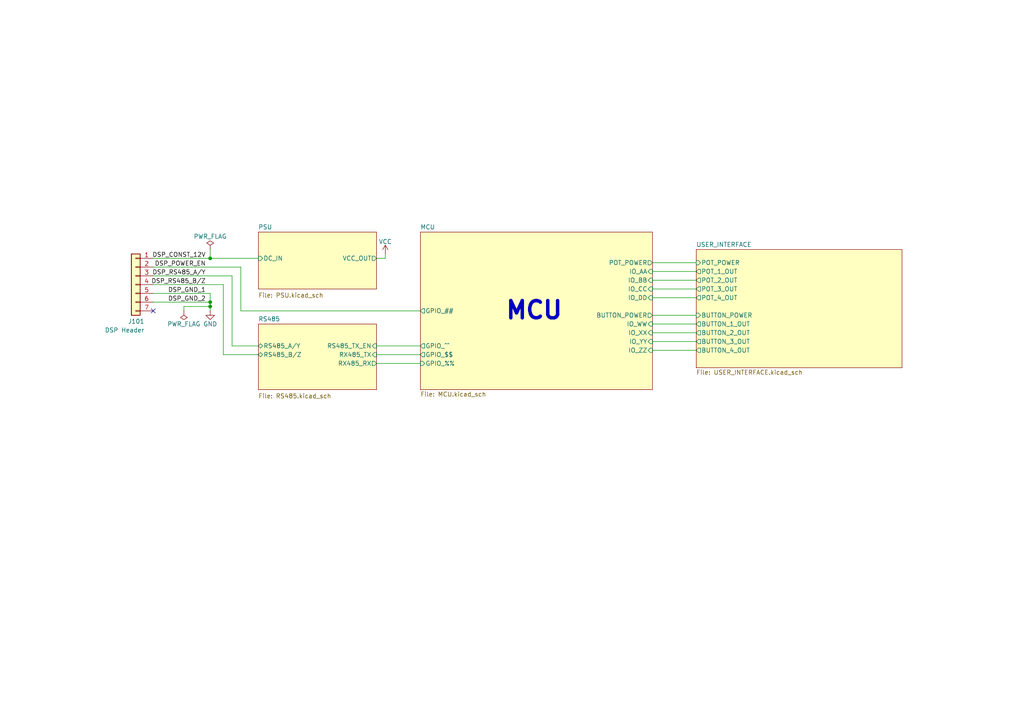
<source format=kicad_sch>
(kicad_sch (version 20231120) (generator "eeschema") (generator_version "8.0")
  (paper "A4")
  (title_block (title "CDRC - Custom DRC for Audison AC Link") (date "2024-08-20") (rev "A") (company "JS HW") (comment 1 "Not completed"))
  (lib_symbols
    (symbol "Connector_Generic:Conn_01x07" (pin_names (offset 1.016) hide)
      (property "Reference" "J" (at 0 10.16 0))
      (property "Value" "Conn_01x07" (at 0 -10.16 0))
      (symbol "Conn_01x07_1_1"
        (rectangle (start -1.27 -7.493) (end 0 -7.747) (stroke (width 0.1524)))
        (rectangle (start -1.27 -4.953) (end 0 -5.207) (stroke (width 0.1524)))
        (rectangle (start -1.27 -2.413) (end 0 -2.667) (stroke (width 0.1524)))
        (rectangle (start -1.27 0.127) (end 0 -0.127) (stroke (width 0.1524)))
        (rectangle (start -1.27 2.667) (end 0 2.413) (stroke (width 0.1524)))
        (rectangle (start -1.27 5.207) (end 0 4.953) (stroke (width 0.1524)))
        (rectangle (start -1.27 7.747) (end 0 7.493) (stroke (width 0.1524)))
        (rectangle (start -1.27 8.89) (end 1.27 -8.89) (stroke (width 0.254)) (fill (type background)))
        (pin passive line (at -5.08 7.62 0) (length 3.81) (name "Pin_1") (number "1"))
        (pin passive line (at -5.08 5.08 0) (length 3.81) (name "Pin_2") (number "2"))
        (pin passive line (at -5.08 2.54 0) (length 3.81) (name "Pin_3") (number "3"))
        (pin passive line (at -5.08 0 0) (length 3.81) (name "Pin_4") (number "4"))
        (pin passive line (at -5.08 -2.54 0) (length 3.81) (name "Pin_5") (number "5"))
        (pin passive line (at -5.08 -5.08 0) (length 3.81) (name "Pin_6") (number "6"))
        (pin passive line (at -5.08 -7.62 0) (length 3.81) (name "Pin_7") (number "7"))
      )
    )
    (symbol "power:GND" (power) (pin_numbers hide) (pin_names (offset 0) hide)
      (property "Value" "GND" (at 0 -3.81 0))
      (symbol "GND_0_1"
        (polyline (pts (xy 0 0) (xy 0 -1.27) (xy 1.27 -1.27) (xy 0 -2.54) (xy -1.27 -1.27) (xy 0 -1.27)))
      )
      (symbol "GND_1_1"
        (pin power_in line (at 0 0 270) (length 0) (name "~") (number "1"))
      )
    )
    (symbol "power:PWR_FLAG" (power) (pin_numbers hide) (pin_names (offset 0) hide)
      (property "Value" "PWR_FLAG" (at 0 3.81 0))
      (symbol "PWR_FLAG_0_0"
        (pin power_out line (at 0 0 90) (length 0) (name "~") (number "1"))
      )
      (symbol "PWR_FLAG_0_1"
        (polyline (pts (xy 0 0) (xy 0 1.27) (xy -1.016 1.905) (xy 0 2.54) (xy 1.016 1.905) (xy 0 1.27)))
      )
    )
    (symbol "power:VCC" (power) (pin_numbers hide) (pin_names (offset 0) hide)
      (property "Value" "VCC" (at 0 3.556 0))
      (symbol "VCC_0_1"
        (polyline (pts (xy -0.762 1.27) (xy 0 2.54)))
        (polyline (pts (xy 0 0) (xy 0 2.54)))
        (polyline (pts (xy 0 2.54) (xy 0.762 1.27)))
      )
      (symbol "VCC_1_1"
        (pin power_in line (at 0 0 90) (length 0) (name "~") (number "1"))
      )
    )
  )
  (junction (at 60.96 74.93))
  (junction (at 60.96 87.63))
  (junction (at 60.96 88.9))
  (no_connect (at 44.45 90.17))
  (wire (pts (xy 44.45 80.01) (xy 67.31 80.01)))
  (wire (pts (xy 67.31 80.01) (xy 67.31 100.33)))
  (wire (pts (xy 60.96 72.39) (xy 60.96 74.93)))
  (wire (pts (xy 189.23 86.36) (xy 201.93 86.36)))
  (wire (pts (xy 44.45 74.93) (xy 60.96 74.93)))
  (wire (pts (xy 64.77 82.55) (xy 64.77 102.87)))
  (wire (pts (xy 60.96 88.9) (xy 60.96 90.17)))
  (wire (pts (xy 109.22 100.33) (xy 121.92 100.33)))
  (wire (pts (xy 60.96 74.93) (xy 74.93 74.93)))
  (wire (pts (xy 69.85 90.17) (xy 121.92 90.17)))
  (wire (pts (xy 111.76 73.66) (xy 111.76 74.93)))
  (wire (pts (xy 189.23 76.2) (xy 201.93 76.2)))
  (wire (pts (xy 189.23 93.98) (xy 201.93 93.98)))
  (wire (pts (xy 44.45 85.09) (xy 60.96 85.09)))
  (wire (pts (xy 189.23 81.28) (xy 201.93 81.28)))
  (wire (pts (xy 189.23 96.52) (xy 201.93 96.52)))
  (wire (pts (xy 109.22 105.41) (xy 121.92 105.41)))
  (wire (pts (xy 44.45 77.47) (xy 69.85 77.47)))
  (wire (pts (xy 53.34 88.9) (xy 60.96 88.9)))
  (wire (pts (xy 189.23 83.82) (xy 201.93 83.82)))
  (wire (pts (xy 67.31 100.33) (xy 74.93 100.33)))
  (wire (pts (xy 109.22 102.87) (xy 121.92 102.87)))
  (wire (pts (xy 189.23 78.74) (xy 201.93 78.74)))
  (wire (pts (xy 189.23 101.6) (xy 201.93 101.6)))
  (wire (pts (xy 53.34 90.17) (xy 53.34 88.9)))
  (wire (pts (xy 64.77 102.87) (xy 74.93 102.87)))
  (wire (pts (xy 60.96 85.09) (xy 60.96 87.63)))
  (wire (pts (xy 44.45 87.63) (xy 60.96 87.63)))
  (wire (pts (xy 44.45 82.55) (xy 64.77 82.55)))
  (wire (pts (xy 69.85 77.47) (xy 69.85 90.17)))
  (wire (pts (xy 60.96 87.63) (xy 60.96 88.9)))
  (wire (pts (xy 111.76 74.93) (xy 109.22 74.93)))
  (wire (pts (xy 189.23 91.44) (xy 201.93 91.44)))
  (wire (pts (xy 189.23 99.06) (xy 201.93 99.06)))
  (text "MCU" (at 154.94 90.17 0) (effects (font (size 5 5) (thickness 1) (bold yes))))
  (label "DSP_GND_1" (at 59.69 85.09 180))
  (label "DSP_GND_2" (at 59.69 87.63 180))
  (label "DSP_POWER_EN" (at 59.69 77.47 180))
  (label "DSP_RS485_A{slash}Y" (at 59.69 80.01 180))
  (label "DSP_CONST_12V" (at 59.69 74.93 180))
  (label "DSP_RS485_B{slash}Z" (at 59.69 82.55 180))
  (symbol (lib_id "Connector_Generic:Conn_01x07") (at 39.37 82.55 0) (mirror y) (unit 1)
    (property "Reference" "J101" (at 41.91 93.218 0) (effects (justify left)))
    (property "Value" "DSP Header" (at 41.91 95.758 0) (effects (justify left)))
    (property "Footprint" "Connector_PinHeader_2.54mm:PinHeader_1x07_P2.54mm_Horizontal" (effects (hide yes)))
    (property "Description" "Generic connector, single row, 01x07, script generated (kicad-library-utils/schlib/autogen/connector/)" (effects (hide yes)))
  )
  (symbol (lib_id "power:PWR_FLAG") (at 53.34 90.17 180) (unit 1)
    (property "Reference" "#FLG0102" (effects (hide yes)))
    (property "Value" "PWR_FLAG" (at 53.34 93.98 0))
    (property "Description" "Special symbol for telling ERC where power comes from" (effects (hide yes)))
  )
  (symbol (lib_id "power:VCC") (at 111.76 73.66 0) (unit 1)
    (property "Reference" "#PWR0101" (effects (hide yes)))
    (property "Value" "VCC" (at 111.76 70.104 0))
    (property "Description" "Power symbol creates a global label with name \"VCC\"" (effects (hide yes)))
  )
  (symbol (lib_id "power:PWR_FLAG") (at 60.96 72.39 0) (unit 1)
    (property "Reference" "#FLG0101" (effects (hide yes)))
    (property "Value" "PWR_FLAG" (at 60.96 68.58 0))
    (property "Description" "Special symbol for telling ERC where power comes from" (effects (hide yes)))
  )
  (symbol (lib_id "power:GND") (at 60.96 90.17 0) (unit 1)
    (property "Reference" "#PWR0102" (effects (hide yes)))
    (property "Value" "GND" (at 60.96 93.98 0))
    (property "Description" "Power symbol creates a global label with name \"GND\" , ground" (effects (hide yes)))
  )
  (sheet (at 74.93 93.98) (size 34.29 19.05) (stroke (width 0.1524)) (fill (color 255 255 194 1.0000))
    (property "Sheetname" "RS485" (at 74.93 93.2684 0) (effects (justify left bottom)))
    (property "Sheetfile" "RS485.kicad_sch" (at 74.93 114.1226 0) (effects (justify left top)))
    (pin "RS485_A{slash}Y" bidirectional (at 74.93 100.33 180))
    (pin "RS485_B{slash}Z" bidirectional (at 74.93 102.87 180))
    (pin "RS485_TX_EN" input (at 109.22 100.33 0))
    (pin "RX485_TX" input (at 109.22 102.87 0))
    (pin "RX485_RX" output (at 109.22 105.41 0))
  )
  (sheet (at 121.92 67.31) (size 67.31 45.72) (stroke (width 0.1524)) (fill (color 255 255 194 1.0000))
    (property "Sheetname" "MCU" (at 121.92 66.5984 0) (effects (justify left bottom)))
    (property "Sheetfile" "MCU.kicad_sch" (at 121.92 113.6146 0) (effects (justify left top)))
    (pin "POT_POWER" output (at 189.23 76.2 0))
    (pin "BUTTON_POWER" output (at 189.23 91.44 0))
    (pin "IO_YY" input (at 189.23 99.06 0))
    (pin "IO_XX" input (at 189.23 96.52 0))
    (pin "IO_WW" input (at 189.23 93.98 0))
    (pin "IO_ZZ" input (at 189.23 101.6 0))
    (pin "IO_AA" input (at 189.23 78.74 0))
    (pin "IO_CC" input (at 189.23 83.82 0))
    (pin "IO_DD" input (at 189.23 86.36 0))
    (pin "IO_BB" input (at 189.23 81.28 0))
    (pin "GPIO_$$" output (at 121.92 102.87 180))
    (pin "GPIO_%%" input (at 121.92 105.41 180))
    (pin "GPIO_##" output (at 121.92 90.17 180))
    (pin "GPIO_^^" output (at 121.92 100.33 180))
  )
  (sheet (at 201.93 72.39) (size 59.69 34.29) (stroke (width 0.1524)) (fill (color 255 255 194 1.0000))
    (property "Sheetname" "USER_INTERFACE" (at 201.93 71.6784 0) (effects (justify left bottom)))
    (property "Sheetfile" "USER_INTERFACE.kicad_sch" (at 201.93 107.2646 0) (effects (justify left top)))
    (pin "POT_POWER" input (at 201.93 76.2 180))
    (pin "BUTTON_POWER" input (at 201.93 91.44 180))
    (pin "BUTTON_3_OUT" output (at 201.93 99.06 180))
    (pin "BUTTON_1_OUT" output (at 201.93 93.98 180))
    (pin "BUTTON_2_OUT" output (at 201.93 96.52 180))
    (pin "BUTTON_4_OUT" output (at 201.93 101.6 180))
    (pin "POT_1_OUT" output (at 201.93 78.74 180))
    (pin "POT_3_OUT" output (at 201.93 83.82 180))
    (pin "POT_2_OUT" output (at 201.93 81.28 180))
    (pin "POT_4_OUT" output (at 201.93 86.36 180))
  )
  (sheet (at 74.93 67.31) (size 34.29 16.51) (stroke (width 0.1524)) (fill (color 255 255 194 1.0000))
    (property "Sheetname" "PSU" (at 74.93 66.5984 0) (effects (justify left bottom)))
    (property "Sheetfile" "PSU.kicad_sch" (at 74.93 84.9126 0) (effects (justify left top)))
    (pin "DC_IN" input (at 74.93 74.93 180))
    (pin "VCC_OUT" output (at 109.22 74.93 0))
  )
)
</source>
